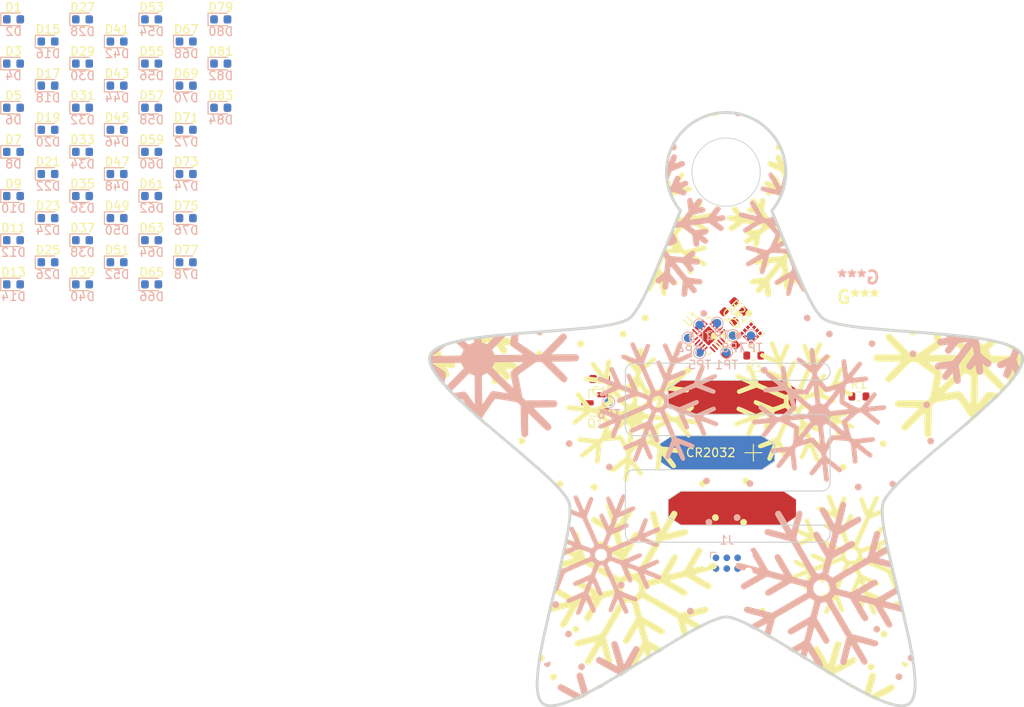
<source format=kicad_pcb>
(kicad_pcb (version 20241229) (generator "pcbnew") (generator_version "9.0")
  (layers (0 "F.Cu" signal "Front") (2 "B.Cu" signal "Back") (13 "F.Paste" user) (15 "B.Paste" user) (5 "F.SilkS" user "F.Silkscreen") (7 "B.SilkS" user "B.Silkscreen") (1 "F.Mask" user) (3 "B.Mask" user) (25 "Edge.Cuts" user))
  (net 0 "")
  (net 1 "GND")
  (net 2 "+BATT")
  (net 3 "VDD")
  (net 4 "LED_C7")
  (net 5 "LED_C1")
  (net 6 "LED_C6")
  (net 7 "LED_C5")
  (net 8 "LED_C4")
  (net 9 "LED_C3")
  (net 10 "LED_C2")
  (net 11 "Net-(D37-A)")
  (net 12 "Net-(D61-A)")
  (net 16 "SWIO")
  (net 17 "USER_BTN")
  (net 18 "SCL")
  (net 19 "SDA")
  (net 20 "Net-(U1-PC0)")
  (net 21 "Net-(U1-PD4)")
  (net 22 "Net-(U1-PD5)")
  (net 23 "Net-(U1-PD6)")
  (net 24 "Net-(U1-PD7)")
  (net 25 "Net-(U2-~{CS})")
  (net 26 "Net-(U2-SDO)")
  (net 27 "INT1")
  (net 28 "INT2")
  (footprint "LED_SMD:LED_0603_1608Metric" (layer "F.Cu") (at 78.7125 65.37)
    (property "Reference" "D45" (at 0 -1.43 0) (layer "F.SilkS"))
    (property "Value" "LED")
    (pad "1" smd roundrect (at -0.7875 0) (size 0.875 0.95) (layers "F.Cu" "F.Mask" "F.Paste") (net 9 "LED_C3"))
    (pad "2" smd roundrect (at 0.7875 0) (size 0.875 0.95) (layers "F.Cu" "F.Mask" "F.Paste") (net 4 "LED_C7"))
  )
  (footprint "LED_SMD:LED_0603_1608Metric" (layer "F.Cu") (at 74.6625 62.78)
    (property "Reference" "D31" (at 0 -1.43 0) (layer "F.SilkS"))
    (property "Value" "LED")
    (pad "1" smd roundrect (at -0.7875 0) (size 0.875 0.95) (layers "F.Cu" "F.Mask" "F.Paste") (net 6 "LED_C6"))
    (pad "2" smd roundrect (at 0.7875 0) (size 0.875 0.95) (layers "F.Cu" "F.Mask" "F.Paste") (net 10 "LED_C2"))
  )
  (footprint "LED_SMD:LED_0603_1608Metric" (layer "F.Cu") (at 66.5625 57.6)
    (property "Reference" "D3" (at 0 -1.43 0) (layer "F.SilkS"))
    (property "Value" "LED")
    (pad "1" smd roundrect (at -0.7875 0) (size 0.875 0.95) (layers "F.Cu" "F.Mask" "F.Paste") (net 4 "LED_C7"))
    (pad "2" smd roundrect (at 0.7875 0) (size 0.875 0.95) (layers "F.Cu" "F.Mask" "F.Paste") (net 5 "LED_C1"))
  )
  (footprint "LED_SMD:LED_0603_1608Metric" (layer "F.Cu") (at 86.8125 75.73)
    (property "Reference" "D75" (at 0 -1.43 0) (layer "F.SilkS"))
    (property "Value" "LED")
    (pad "1" smd roundrect (at -0.7875 0) (size 0.875 0.95) (layers "F.Cu" "F.Mask" "F.Paste") (net 4 "LED_C7"))
    (pad "2" smd roundrect (at 0.7875 0) (size 0.875 0.95) (layers "F.Cu" "F.Mask" "F.Paste") (net 7 "LED_C5"))
  )
  (footprint "LED_SMD:LED_0603_1608Metric" (layer "F.Cu") (at 90.8625 57.6)
    (property "Reference" "D81" (at 0 -1.43 0) (layer "F.SilkS"))
    (property "Value" "LED")
    (pad "1" smd roundrect (at -0.7875 0) (size 0.875 0.95) (layers "F.Cu" "F.Mask" "F.Paste") (net 6 "LED_C6"))
    (pad "2" smd roundrect (at 0.7875 0) (size 0.875 0.95) (layers "F.Cu" "F.Mask" "F.Paste") (net 4 "LED_C7"))
  )
  (footprint "LED_SMD:LED_0603_1608Metric" (layer "F.Cu") (at 82.7625 57.6)
    (property "Reference" "D55" (at 0 -1.43 0) (layer "F.SilkS"))
    (property "Value" "LED")
    (pad "1" smd roundrect (at -0.7875 0) (size 0.875 0.95) (layers "F.Cu" "F.Mask" "F.Paste") (net 7 "LED_C5"))
    (pad "2" smd roundrect (at 0.7875 0) (size 0.875 0.95) (layers "F.Cu" "F.Mask" "F.Paste") (net 9 "LED_C3"))
  )
  (footprint "LED_SMD:LED_0603_1608Metric" (layer "F.Cu") (at 70.6125 70.55)
    (property "Reference" "D21" (at 0 -1.43 0) (layer "F.SilkS"))
    (property "Value" "LED")
    (pad "1" smd roundrect (at -0.7875 0) (size 0.875 0.95) (layers "F.Cu" "F.Mask" "F.Paste") (net 5 "LED_C1"))
    (pad "2" smd roundrect (at 0.7875 0) (size 0.875 0.95) (layers "F.Cu" "F.Mask" "F.Paste") (net 10 "LED_C2"))
  )
  (footprint "LED_SMD:LED_0603_1608Metric" (layer "F.Cu") (at 86.8125 65.37)
    (property "Reference" "D71" (at 0 -1.43 0) (layer "F.SilkS"))
    (property "Value" "LED")
    (pad "1" smd roundrect (at -0.7875 0) (size 0.875 0.95) (layers "F.Cu" "F.Mask" "F.Paste") (net 7 "LED_C5"))
    (pad "2" smd roundrect (at 0.7875 0) (size 0.875 0.95) (layers "F.Cu" "F.Mask" "F.Paste") (net 8 "LED_C4"))
  )
  (footprint "LED_SMD:LED_0603_1608Metric" (layer "F.Cu") (at 90.8625 52.42)
    (property "Reference" "D79" (at 0 -1.43 0) (layer "F.SilkS"))
    (property "Value" "LED")
    (pad "1" smd roundrect (at -0.7875 0) (size 0.875 0.95) (layers "F.Cu" "F.Mask" "F.Paste") (net 6 "LED_C6"))
    (pad "2" smd roundrect (at 0.7875 0) (size 0.875 0.95) (layers "F.Cu" "F.Mask" "F.Paste") (net 7 "LED_C5"))
  )
  (footprint "LED_SMD:LED_0603_1608Metric" (layer "F.Cu") (at 78.7125 55.01)
    (property "Reference" "D41" (at 0 -1.43 0) (layer "F.SilkS"))
    (property "Value" "LED")
    (pad "1" smd roundrect (at -0.7875 0) (size 0.875 0.95) (layers "F.Cu" "F.Mask" "F.Paste") (net 10 "LED_C2"))
    (pad "2" smd roundrect (at 0.7875 0) (size 0.875 0.95) (layers "F.Cu" "F.Mask" "F.Paste") (net 9 "LED_C3"))
  )
  (footprint "Package_TO_SOT_SMD:SOT-23" (layer "F.Cu") (at 134.7875 97.4 180)
    (property "Reference" "Q1" (at 0 -2.4 0) (layer "F.SilkS"))
    (property "Value" "AO3401A")
    (pad "1" smd roundrect (at -0.9375 -0.95 180) (size 1.475 0.6) (layers "F.Cu" "F.Mask" "F.Paste") (net 1 "GND"))
    (pad "2" smd roundrect (at -0.9375 0.95 180) (size 1.475 0.6) (layers "F.Cu" "F.Mask" "F.Paste") (net 3 "VDD"))
    (pad "3" smd roundrect (at 0.9375 0 180) (size 1.475 0.6) (layers "F.Cu" "F.Mask" "F.Paste") (net 2 "+BATT"))
  )
  (footprint "LED_SMD:LED_0603_1608Metric" (layer "F.Cu") (at 70.6125 60.19)
    (property "Reference" "D17" (at 0 -1.43 0) (layer "F.SilkS"))
    (property "Value" "LED")
    (pad "1" smd roundrect (at -0.7875 0) (size 0.875 0.95) (layers "F.Cu" "F.Mask" "F.Paste") (net 5 "LED_C1"))
    (pad "2" smd roundrect (at 0.7875 0) (size 0.875 0.95) (layers "F.Cu" "F.Mask" "F.Paste") (net 9 "LED_C3"))
  )
  (footprint "LED_SMD:LED_0603_1608Metric" (layer "F.Cu") (at 74.6625 57.6)
    (property "Reference" "D29" (at 0 -1.43 0) (layer "F.SilkS"))
    (property "Value" "LED")
    (pad "1" smd roundrect (at -0.7875 0) (size 0.875 0.95) (layers "F.Cu" "F.Mask" "F.Paste") (net 10 "LED_C2"))
    (pad "2" smd roundrect (at 0.7875 0) (size 0.875 0.95) (layers "F.Cu" "F.Mask" "F.Paste") (net 6 "LED_C6"))
  )
  (footprint "LED_SMD:LED_0603_1608Metric" (layer "F.Cu") (at 82.7625 67.96)
    (property "Reference" "D59" (at 0 -1.43 0) (layer "F.SilkS"))
    (property "Value" "LED")
    (pad "1" smd roundrect (at -0.7875 0) (size 0.875 0.95) (layers "F.Cu" "F.Mask" "F.Paste") (net 8 "LED_C4"))
    (pad "2" smd roundrect (at 0.7875 0) (size 0.875 0.95) (layers "F.Cu" "F.Mask" "F.Paste") (net 9 "LED_C3"))
  )
  (footprint "LED_SMD:LED_0603_1608Metric" (layer "F.Cu") (at 86.8125 55.01)
    (property "Reference" "D67" (at 0 -1.43 0) (layer "F.SilkS"))
    (property "Value" "LED")
    (pad "1" smd roundrect (at -0.7875 0) (size 0.875 0.95) (layers "F.Cu" "F.Mask" "F.Paste") (net 6 "LED_C6"))
    (pad "2" smd roundrect (at 0.7875 0) (size 0.875 0.95) (layers "F.Cu" "F.Mask" "F.Paste") (net 8 "LED_C4"))
  )
  (footprint "LED_SMD:LED_0603_1608Metric" (layer "F.Cu") (at 66.5625 52.42)
    (property "Reference" "D1" (at 0 -1.43 0) (layer "F.SilkS"))
    (property "Value" "LED")
    (pad "1" smd roundrect (at -0.7875 0) (size 0.875 0.95) (layers "F.Cu" "F.Mask" "F.Paste") (net 5 "LED_C1"))
    (pad "2" smd roundrect (at 0.7875 0) (size 0.875 0.95) (layers "F.Cu" "F.Mask" "F.Paste") (net 4 "LED_C7"))
  )
  (footprint "LED_SMD:LED_0603_1608Metric" (layer "F.Cu") (at 82.7625 83.5)
    (property "Reference" "D65" (at 0 -1.43 0) (layer "F.SilkS"))
    (property "Value" "LED")
    (pad "1" smd roundrect (at -0.7875 0) (size 0.875 0.95) (layers "F.Cu" "F.Mask" "F.Paste") (net 8 "LED_C4"))
    (pad "2" smd roundrect (at 0.7875 0) (size 0.875 0.95) (layers "F.Cu" "F.Mask" "F.Paste") (net 6 "LED_C6"))
  )
  (footprint "LED_SMD:LED_0603_1608Metric" (layer "F.Cu") (at 74.6625 67.96)
    (property "Reference" "D33" (at 0 -1.43 0) (layer "F.SilkS"))
    (property "Value" "LED")
    (pad "1" smd roundrect (at -0.7875 0) (size 0.875 0.95) (layers "F.Cu" "F.Mask" "F.Paste") (net 10 "LED_C2"))
    (pad "2" smd roundrect (at 0.7875 0) (size 0.875 0.95) (layers "F.Cu" "F.Mask" "F.Paste") (net 7 "LED_C5"))
  )
  (footprint "LED_SMD:LED_0603_1608Metric" (layer "F.Cu") (at 78.7125 60.19)
    (property "Reference" "D43" (at 0 -1.43 0) (layer "F.SilkS"))
    (property "Value" "LED")
    (pad "1" smd roundrect (at -0.7875 0) (size 0.875 0.95) (layers "F.Cu" "F.Mask" "F.Paste") (net 9 "LED_C3"))
    (pad "2" smd roundrect (at 0.7875 0) (size 0.875 0.95) (layers "F.Cu" "F.Mask" "F.Paste") (net 10 "LED_C2"))
  )
  (footprint "LED_SMD:LED_0603_1608Metric" (layer "F.Cu") (at 90.8625 62.78)
    (property "Reference" "D83" (at 0 -1.43 0) (layer "F.SilkS"))
    (property "Value" "LED")
    (pad "1" smd roundrect (at -0.7875 0) (size 0.875 0.95) (layers "F.Cu" "F.Mask" "F.Paste") (net 4 "LED_C7"))
    (pad "2" smd roundrect (at 0.7875 0) (size 0.875 0.95) (layers "F.Cu" "F.Mask" "F.Paste") (net 6 "LED_C6"))
  )
  (footprint "LED_SMD:LED_0603_1608Metric" (layer "F.Cu") (at 86.8125 80.91)
    (property "Reference" "D77" (at 0 -1.43 0) (layer "F.SilkS"))
    (property "Value" "LED")
    (pad "1" smd roundrect (at -0.7875 0) (size 0.875 0.95) (layers "F.Cu" "F.Mask" "F.Paste") (net 7 "LED_C5"))
    (pad "2" smd roundrect (at 0.7875 0) (size 0.875 0.95) (layers "F.Cu" "F.Mask" "F.Paste") (net 6 "LED_C6"))
  )
  (footprint "Resistor_SMD:R_0603_1608Metric" (layer "F.Cu") (at 165.675 96.65)
    (property "Reference" "R1" (at 0 -1.43 0) (layer "F.SilkS"))
    (property "Value" "10k")
    (pad "1" smd roundrect (at -0.825 0) (size 0.8 0.95) (layers "F.Cu" "F.Mask" "F.Paste") (net 17 "USER_BTN"))
    (pad "2" smd roundrect (at 0.825 0) (size 0.8 0.95) (layers "F.Cu" "F.Mask" "F.Paste") (net 1 "GND"))
  )
  (footprint "LED_SMD:LED_0603_1608Metric" (layer "F.Cu") (at 74.6625 73.14)
    (property "Reference" "D35" (at 0 -1.43 0) (layer "F.SilkS"))
    (property "Value" "LED")
    (pad "1" smd roundrect (at -0.7875 0) (size 0.875 0.95) (layers "F.Cu" "F.Mask" "F.Paste") (net 7 "LED_C5"))
    (pad "2" smd roundrect (at 0.7875 0) (size 0.875 0.95) (layers "F.Cu" "F.Mask" "F.Paste") (net 10 "LED_C2"))
  )
  (footprint "LED_SMD:LED_0603_1608Metric" (layer "F.Cu") (at 74.6625 52.42)
    (property "Reference" "D27" (at 0 -1.43 0) (layer "F.SilkS"))
    (property "Value" "LED")
    (pad "1" smd roundrect (at -0.7875 0) (size 0.875 0.95) (layers "F.Cu" "F.Mask" "F.Paste") (net 4 "LED_C7"))
    (pad "2" smd roundrect (at 0.7875 0) (size 0.875 0.95) (layers "F.Cu" "F.Mask" "F.Paste") (net 10 "LED_C2"))
  )
  (footprint "LED_SMD:LED_0603_1608Metric" (layer "F.Cu") (at 86.8125 60.19)
    (property "Reference" "D69" (at 0 -1.43 0) (layer "F.SilkS"))
    (property "Value" "LED")
    (pad "1" smd roundrect (at -0.7875 0) (size 0.875 0.95) (layers "F.Cu" "F.Mask" "F.Paste") (net 8 "LED_C4"))
    (pad "2" smd roundrect (at 0.7875 0) (size 0.875 0.95) (layers "F.Cu" "F.Mask" "F.Paste") (net 7 "LED_C5"))
  )
  (footprint "LED_SMD:LED_0603_1608Metric" (layer "F.Cu") (at 78.7125 80.91)
    (property "Reference" "D51" (at 0 -1.43 0) (layer "F.SilkS"))
    (property "Value" "LED")
    (pad "1" smd roundrect (at -0.7875 0) (size 0.875 0.95) (layers "F.Cu" "F.Mask" "F.Paste") (net 6 "LED_C6"))
    (pad "2" smd roundrect (at 0.7875 0) (size 0.875 0.95) (layers "F.Cu" "F.Mask" "F.Paste") (net 9 "LED_C3"))
  )
  (footprint "LED_SMD:LED_0603_1608Metric" (layer "F.Cu") (at 82.7625 62.78)
    (property "Reference" "D57" (at 0 -1.43 0) (layer "F.SilkS"))
    (property "Value" "LED")
    (pad "1" smd roundrect (at -0.7875 0) (size 0.875 0.95) (layers "F.Cu" "F.Mask" "F.Paste") (net 9 "LED_C3"))
    (pad "2" smd roundrect (at 0.7875 0) (size 0.875 0.95) (layers "F.Cu" "F.Mask" "F.Paste") (net 8 "LED_C4"))
  )
  (footprint "Resistor_SMD:R_0603_1608Metric" (layer "F.Cu") (at 150.45 87.3 -45)
    (property "Reference" "R2" (at 0 -1.43 135) (layer "F.SilkS"))
    (property "Value" "2k2")
    (pad "1" smd roundrect (at -0.825 0 315) (size 0.8 0.95) (layers "F.Cu" "F.Mask" "F.Paste") (net 3 "VDD"))
    (pad "2" smd roundrect (at 0.825 0 315) (size 0.8 0.95) (layers "F.Cu" "F.Mask" "F.Paste") (net 18 "SCL"))
  )
  (footprint "LED_SMD:LED_0603_1608Metric" (layer "F.Cu") (at 78.7125 70.55)
    (property "Reference" "D47" (at 0 -1.43 0) (layer "F.SilkS"))
    (property "Value" "LED")
    (pad "1" smd roundrect (at -0.7875 0) (size 0.875 0.95) (layers "F.Cu" "F.Mask" "F.Paste") (net 4 "LED_C7"))
    (pad "2" smd roundrect (at 0.7875 0) (size 0.875 0.95) (layers "F.Cu" "F.Mask" "F.Paste") (net 9 "LED_C3"))
  )
  (footprint "Capacitor_SMD:C_0603_1608Metric" (layer "F.Cu") (at 150.648008 91.151992 45)
    (property "Reference" "C3" (at 0 -1.43 45) (layer "F.SilkS"))
    (property "Value" "100n")
    (pad "1" smd roundrect (at -0.775 0 45) (size 0.9 0.95) (layers "F.Cu" "F.Mask" "F.Paste") (net 3 "VDD"))
    (pad "2" smd roundrect (at 0.775 0 45) (size 0.9 0.95) (layers "F.Cu" "F.Mask" "F.Paste") (net 1 "GND"))
  )
  (footprint "LED_SMD:LED_0603_1608Metric" (layer "F.Cu") (at 70.6125 75.73)
    (property "Reference" "D23" (at 0 -1.43 0) (layer "F.SilkS"))
    (property "Value" "LED")
    (pad "1" smd roundrect (at -0.7875 0) (size 0.875 0.95) (layers "F.Cu" "F.Mask" "F.Paste") (net 10 "LED_C2"))
    (pad "2" smd roundrect (at 0.7875 0) (size 0.875 0.95) (layers "F.Cu" "F.Mask" "F.Paste") (net 5 "LED_C1"))
  )
  (footprint "LED_SMD:LED_0603_1608Metric" (layer "F.Cu") (at 66.5625 67.96)
    (property "Reference" "D7" (at 0 -1.43 0) (layer "F.SilkS"))
    (property "Value" "LED")
    (pad "1" smd roundrect (at -0.7875 0) (size 0.875 0.95) (layers "F.Cu" "F.Mask" "F.Paste") (net 6 "LED_C6"))
    (pad "2" smd roundrect (at 0.7875 0) (size 0.875 0.95) (layers "F.Cu" "F.Mask" "F.Paste") (net 5 "LED_C1"))
  )
  (footprint "LED_SMD:LED_0603_1608Metric" (layer "F.Cu") (at 74.6625 83.5)
    (property "Reference" "D39" (at 0 -1.43 0) (layer "F.SilkS"))
    (property "Value" "LED")
    (pad "1" smd roundrect (at -0.7875 0) (size 0.875 0.95) (layers "F.Cu" "F.Mask" "F.Paste") (net 11 "Net-(D37-A)"))
    (pad "2" smd roundrect (at 0.7875 0) (size 0.875 0.95) (layers "F.Cu" "F.Mask" "F.Paste") (net 10 "LED_C2"))
  )
  (footprint "Capacitor_SMD:C_0603_1608Metric" (layer "F.Cu") (at 151.6 86.1 135)
    (property "Reference" "C2" (at 0 -1.43 135) (layer "F.SilkS"))
    (property "Value" "100n")
    (pad "1" smd roundrect (at -0.775 0 135) (size 0.9 0.95) (layers "F.Cu" "F.Mask" "F.Paste") (net 3 "VDD"))
    (pad "2" smd roundrect (at 0.775 0 135) (size 0.9 0.95) (layers "F.Cu" "F.Mask" "F.Paste") (net 1 "GND"))
  )
  (footprint "LED_SMD:LED_0603_1608Metric" (layer "F.Cu") (at 86.8125 70.55)
    (property "Reference" "D73" (at 0 -1.43 0) (layer "F.SilkS"))
    (property "Value" "LED")
    (pad "1" smd roundrect (at -0.7875 0) (size 0.875 0.95) (layers "F.Cu" "F.Mask" "F.Paste") (net 7 "LED_C5"))
    (pad "2" smd roundrect (at 0.7875 0) (size 0.875 0.95) (layers "F.Cu" "F.Mask" "F.Paste") (net 4 "LED_C7"))
  )
  (footprint "cr2032_pcb:CR2032_PCBcutout" (layer "F.Cu") (at 155.8 103.25)
    (property "Reference" "BT1" (hide yes))
    (property "Value" "CR2032" (hide yes))
    (fp_line (start -17.5 -9.5) (end -17.5 -3) (stroke (width 0.12)) (layer "Edge.Cuts"))
    (fp_line (start -17.5 3) (end -17.5 9.5) (stroke (width 0.12)) (layer "Edge.Cuts"))
    (fp_line (start -16.5 -2) (end -1.5 -2) (stroke (width 0.12)) (layer "Edge.Cuts"))
    (fp_line (start -16.5 10.5) (end 5.5 10.5) (stroke (width 0.12)) (layer "Edge.Cuts"))
    (fp_line (start -12.5 -7.5) (end -11 -8.5) (stroke (width 0.12)) (layer "Edge.Cuts"))
    (fp_line (start -12.5 -5.5) (end -12.5 -7.5) (stroke (width 0.12)) (layer "Edge.Cuts"))
    (fp_line (start -12.5 5.5) (end -11 4.5) (stroke (width 0.12)) (layer "Edge.Cuts"))
    (fp_line (start -12.5 7.5) (end -12.5 5.5) (stroke (width 0.12)) (layer "Edge.Cuts"))
    (fp_line (start -11 -8.5) (end 5.5 -8.5) (stroke (width 0.12)) (layer "Edge.Cuts"))
    (fp_line (start -11 -4.5) (end -12.5 -5.5) (stroke (width 0.12)) (layer "Edge.Cuts"))
    (fp_line (start -11 4.5) (end 5.5 4.5) (stroke (width 0.12)) (layer "Edge.Cuts"))
    (fp_line (start -11 8.5) (end -12.5 7.5) (stroke (width 0.12)) (layer "Edge.Cuts"))
    (fp_line (start -1.5 -2) (end 0 -1) (stroke (width 0.12)) (layer "Edge.Cuts"))
    (fp_line (start -1.5 2) (end -16.5 2) (stroke (width 0.12)) (layer "Edge.Cuts"))
    (fp_line (start 0 -1) (end 0 1) (stroke (width 0.12)) (layer "Edge.Cuts"))
    (fp_line (start 0 1) (end -1.5 2) (stroke (width 0.12)) (layer "Edge.Cuts"))
    (fp_line (start 5.5 -10.5) (end -16.5 -10.5) (stroke (width 0.12)) (layer "Edge.Cuts"))
    (fp_line (start 5.5 -4.5) (end -11 -4.5) (stroke (width 0.12)) (layer "Edge.Cuts"))
    (fp_line (start 5.5 8.5) (end -11 8.5) (stroke (width 0.12)) (layer "Edge.Cuts"))
    (fp_line (start 6.5 3.5) (end 6.5 -3.5) (stroke (width 0.12)) (layer "Edge.Cuts"))
    (fp_arc (start -17.5 -9.5) (mid -17.207107 -10.207107) (end -16.5 -10.5) (stroke (width 0.12)) (layer "Edge.Cuts"))
    (fp_arc (start -17.5 3) (mid -17.207107 2.292893) (end -16.5 2) (stroke (width 0.12)) (layer "Edge.Cuts"))
    (fp_arc (start -16.5 -2) (mid -17.207107 -2.292893) (end -17.5 -3) (stroke (width 0.12)) (layer "Edge.Cuts"))
    (fp_arc (start -16.5 10.5) (mid -17.207107 10.207107) (end -17.5 9.5) (stroke (width 0.12)) (layer "Edge.Cuts"))
    (fp_arc (start 5.5 -10.5) (mid 6.207107 -10.207107) (end 6.5 -9.5) (stroke (width 0.12)) (layer "Edge.Cuts"))
    (fp_arc (start 5.5 -4.5) (mid 6.207107 -4.207107) (end 6.5 -3.5) (stroke (width 0.12)) (layer "Edge.Cuts"))
    (fp_arc (start 5.5 8.5) (mid 6.207107 8.792893) (end 6.5 9.5) (stroke (width 0.12)) (layer "Edge.Cuts"))
    (fp_arc (start 6.5 -9.5) (mid 6.207107 -8.792893) (end 5.5 -8.5) (stroke (width 0.12)) (layer "Edge.Cuts"))
    (fp_arc (start 6.5 3.5) (mid 6.207107 4.207107) (end 5.5 4.5) (stroke (width 0.12)) (layer "Edge.Cuts"))
    (fp_arc (start 6.5 9.5) (mid 6.207107 10.207107) (end 5.5 10.5) (stroke (width 0.12)) (layer "Edge.Cuts"))
    (fp_text user "CR2032" (at -7.5 0 0) (layer "F.SilkS"))
    (pad "1" smd custom (at -7.5 0) (size 1 1) (layers "B.Cu" "B.Mask" "B.Paste") (net 2 "+BATT") (options (clearance outline) (anchor rect)) (primitives (gr_poly (pts (xy -4.5 2) (xy 6 2) (xy 7.5 1) (xy 7.5 -1) (xy 6 -2) (xy -4.5 -2) (xy -6 -1) (xy -6 1)) (width 0) (fill yes))))
    (pad "2" smd custom (at -5 -6.5) (size 15 1.524) (layers "F.Cu" "F.Mask" "F.Paste") (net 1 "GND") (options (clearance outline) (anchor rect)) (primitives (gr_poly (pts (xy -6 2) (xy 6 2) (xy 7.5 1) (xy 7.5 -1) (xy 6 -2) (xy -6 -2) (xy -7.5 -1) (xy -7.5 1)) (width 0) (fill yes))))
    (pad "2" smd custom (at -5 6.5) (size 15 1.524) (layers "F.Cu" "F.Mask" "F.Paste") (net 1 "GND") (options (clearance outline) (anchor rect)) (primitives (gr_poly (pts (xy -6 2) (xy 6 2) (xy 7.5 1) (xy 7.5 -1) (xy 6 -2) (xy -6 -2) (xy -7.5 -1) (xy -7.5 1)) (width 0) (fill yes))))
  )
  (footprint "LED_SMD:LED_0603_1608Metric" (layer "F.Cu") (at 66.5625 73.14)
    (property "Reference" "D9" (at 0 -1.43 0) (layer "F.SilkS"))
    (property "Value" "LED")
    (pad "1" smd roundrect (at -0.7875 0) (size 0.875 0.95) (layers "F.Cu" "F.Mask" "F.Paste") (net 5 "LED_C1"))
    (pad "2" smd roundrect (at 0.7875 0) (size 0.875 0.95) (layers "F.Cu" "F.Mask" "F.Paste") (net 7 "LED_C5"))
  )
  (footprint "Capacitor_SMD:C_0603_1608Metric" (layer "F.Cu") (at 135.275 94.6 180)
    (property "Reference" "C1" (at 0 -1.43 0) (layer "F.SilkS"))
    (property "Value" "47u")
    (pad "1" smd roundrect (at -0.775 0 180) (size 0.9 0.95) (layers "F.Cu" "F.Mask" "F.Paste") (net 3 "VDD"))
    (pad "2" smd roundrect (at 0.775 0 180) (size 0.9 0.95) (layers "F.Cu" "F.Mask" "F.Paste") (net 1 "GND"))
  )
  (footprint "LED_SMD:LED_0603_1608Metric" (layer "F.Cu") (at 78.7125 75.73)
    (property "Reference" "D49" (at 0 -1.43 0) (layer "F.SilkS"))
    (property "Value" "LED")
    (pad "1" smd roundrect (at -0.7875 0) (size 0.875 0.95) (layers "F.Cu" "F.Mask" "F.Paste") (net 9 "LED_C3"))
    (pad "2" smd roundrect (at 0.7875 0) (size 0.875 0.95) (layers "F.Cu" "F.Mask" "F.Paste") (net 6 "LED_C6"))
  )
  (footprint "Package_LGA:LGA-12_2x2mm_P0.5mm" (layer "F.Cu") (at 153.024518 89.255188 45)
    (property "Reference" "U2" (at 0 -2.075001 45) (layer "F.SilkS"))
    (property "Value" "SC7A20")
    (pad "1" smd rect (at -0.7625 -0.75 45) (size 0.375 0.35) (layers "F.Cu" "F.Mask" "F.Paste") (net 26 "Net-(U2-SDO)"))
    (pad "2" smd rect (at -0.7625 -0.25 45) (size 0.375 0.35) (layers "F.Cu" "F.Mask" "F.Paste") (net 19 "SDA"))
    (pad "3" smd rect (at -0.7625 0.25 45) (size 0.375 0.35) (layers "F.Cu" "F.Mask" "F.Paste") (net 3 "VDD"))
    (pad "4" smd rect (at -0.7625 0.75 45) (size 0.375 0.35) (layers "F.Cu" "F.Mask" "F.Paste") (net 1 "GND"))
    (pad "5" smd rect (at -0.25 0.7625 135) (size 0.375 0.35) (layers "F.Cu" "F.Mask" "F.Paste") (net 27 "INT1"))
    (pad "6" smd rect (at 0.25 0.7625 135) (size 0.375 0.35) (layers "F.Cu" "F.Mask" "F.Paste") (net 28 "INT2"))
    (pad "7" smd rect (at 0.7625 0.75 45) (size 0.375 0.35) (layers "F.Cu" "F.Mask" "F.Paste") (net 3 "VDD"))
    (pad "8" smd rect (at 0.7625 0.25 45) (size 0.375 0.35) (layers "F.Cu" "F.Mask" "F.Paste") (net 1 "GND"))
    (pad "9" smd rect (at 0.7625 -0.25 45) (size 0.375 0.35) (layers "F.Cu" "F.Mask" "F.Paste") (net 1 "GND"))
    (pad "10" smd rect (at 0.7625 -0.75 45) (size 0.375 0.35) (layers "F.Cu" "F.Mask" "F.Paste") (net 25 "Net-(U2-~{CS})"))
    (pad "11" smd rect (at 0.25 -0.7625 135) (size 0.375 0.35) (layers "F.Cu" "F.Mask" "F.Paste"))
    (pad "12" smd rect (at -0.25 -0.7625 135) (size 0.375 0.35) (layers "F.Cu" "F.Mask" "F.Paste") (net 18 "SCL"))
  )
  (footprint "Resistor_SMD:R_0603_1608Metric" (layer "F.Cu") (at 153.35 91.85 180)
    (property "Reference" "R3" (at 0 -1.43 0) (layer "F.SilkS"))
    (property "Value" "2k2")
    (pad "1" smd roundrect (at -0.825 0 180) (size 0.8 0.95) (layers "F.Cu" "F.Mask" "F.Paste") (net 3 "VDD"))
    (pad "2" smd roundrect (at 0.825 0 180) (size 0.8 0.95) (layers "F.Cu" "F.Mask" "F.Paste") (net 19 "SDA"))
  )
  (footprint "LOGO" (layer "F.Cu") (at 150.138872 99.985942)
    (property "Reference" "G***" (at 15.461128 -14.985942 0) (layer "F.SilkS") (effects (font (size 1.5 1.5) (thickness 0.3))))
    (property "Value" "LOGO" (hide yes))
  )
  (footprint "LED_SMD:LED_0603_1608Metric" (layer "F.Cu") (at 66.5625 62.78)
    (property "Reference" "D5" (at 0 -1.43 0) (layer "F.SilkS"))
    (property "Value" "LED")
    (pad "1" smd roundrect (at -0.7875 0) (size 0.875 0.95) (layers "F.Cu" "F.Mask" "F.Paste") (net 5 "LED_C1"))
    (pad "2" smd roundrect (at 0.7875 0) (size 0.875 0.95) (layers "F.Cu" "F.Mask" "F.Paste") (net 6 "LED_C6"))
  )
  (footprint "LED_SMD:LED_0603_1608Metric" (layer "F.Cu") (at 66.5625 83.5)
    (property "Reference" "D13" (at 0 -1.43 0) (layer "F.SilkS"))
    (property "Value" "LED")
    (pad "1" smd roundrect (at -0.7875 0) (size 0.875 0.95) (layers "F.Cu" "F.Mask" "F.Paste") (net 5 "LED_C1"))
    (pad "2" smd roundrect (at 0.7875 0) (size 0.875 0.95) (layers "F.Cu" "F.Mask" "F.Paste") (net 8 "LED_C4"))
  )
  (footprint "Package_DFN_QFN:QFN-20-1EP_3x3mm_P0.4mm_EP1.65x1.65mm" (layer "F.Cu") (at 148.057516 89.539678 45)
    (property "Reference" "U1" (at 0 -2.83 45) (layer "F.SilkS"))
    (property "Value" "CH32V003FxUx")
    (pad "1" smd roundrect (at -1.45 -0.8 45) (size 0.85 0.2) (layers "F.Cu" "F.Mask" "F.Paste") (net 24 "Net-(U1-PD7)"))
    (pad "2" smd roundrect (at -1.45 -0.4 45) (size 0.85 0.2) (layers "F.Cu" "F.Mask" "F.Paste") (net 27 "INT1"))
    (pad "3" smd roundrect (at -1.45 0 45) (size 0.85 0.2) (layers "F.Cu" "F.Mask" "F.Paste") (net 28 "INT2"))
    (pad "4" smd roundrect (at -1.45 0.4 45) (size 0.85 0.2) (layers "F.Cu" "F.Mask" "F.Paste") (net 1 "GND"))
    (pad "5" smd roundrect (at -1.45 0.8 45) (size 0.85 0.2) (layers "F.Cu" "F.Mask" "F.Paste") (net 17 "USER_BTN"))
    (pad "6" smd roundrect (at -0.8 1.45 45) (size 0.2 0.85) (layers "F.Cu" "F.Mask" "F.Paste") (net 3 "VDD"))
    (pad "7" smd roundrect (at -0.4 1.45 45) (size 0.2 0.85) (layers "F.Cu" "F.Mask" "F.Paste") (net 20 "Net-(U1-PC0)"))
    (pad "8" smd roundrect (at 0 1.45 45) (size 0.2 0.85) (layers "F.Cu" "F.Mask" "F.Paste") (net 19 "SDA"))
    (pad "9" smd roundrect (at 0.4 1.45 45) (size 0.2 0.85) (layers "F.Cu" "F.Mask" "F.Paste") (net 18 "SCL"))
    (pad "10" smd roundrect (at 0.8 1.45 45) (size 0.2 0.85) (layers "F.Cu" "F.Mask" "F.Paste") (net 9 "LED_C3"))
    (pad "11" smd roundrect (at 1.45 0.8 45) (size 0.85 0.2) (layers "F.Cu" "F.Mask" "F.Paste") (net 8 "LED_C4"))
    (pad "12" smd roundrect (at 1.45 0.4 45) (size 0.85 0.2) (layers "F.Cu" "F.Mask" "F.Paste") (net 7 "LED_C5"))
    (pad "13" smd roundrect (at 1.45 0 45) (size 0.85 0.2) (layers "F.Cu" "F.Mask" "F.Paste") (net 6 "LED_C6"))
    (pad "14" smd roundrect (at 1.45 -0.4 45) (size 0.85 0.2) (layers "F.Cu" "F.Mask" "F.Paste") (net 4 "LED_C7"))
    (pad "15" smd roundrect (at 1.45 -0.8 45) (size 0.85 0.2) (layers "F.Cu" "F.Mask" "F.Paste") (net 16 "SWIO"))
    (pad "16" smd roundrect (at 0.8 -1.45 45) (size 0.2 0.85) (layers "F.Cu" "F.Mask" "F.Paste") (net 5 "LED_C1"))
    (pad "17" smd roundrect (at 0.4 -1.45 45) (size 0.2 0.85) (layers "F.Cu" "F.Mask" "F.Paste") (net 10 "LED_C2"))
    (pad "18" smd roundrect (at 0 -1.45 45) (size 0.2 0.85) (layers "F.Cu" "F.Mask" "F.Paste") (net 21 "Net-(U1-PD4)"))
    (pad "19" smd roundrect (at -0.4 -1.45 45) (size 0.2 0.85) (layers "F.Cu" "F.Mask" "F.Paste") (net 22 "Net-(U1-PD5)"))
    (pad "20" smd roundrect (at -0.8 -1.45 45) (size 0.2 0.85) (layers "F.Cu" "F.Mask" "F.Paste") (net 23 "Net-(U1-PD6)"))
    (pad "21" smd rect (at 0 0 45) (size 1.65 1.65) (property pad_prop_heatsink) (layers "F.Cu" "F.Mask") (net 1 "GND"))
  )
  (footprint "LED_SMD:LED_0603_1608Metric" (layer "F.Cu") (at 66.5625 78.32)
    (property "Reference" "D11" (at 0 -1.43 0) (layer "F.SilkS"))
    (property "Value" "LED")
    (pad "1" smd roundrect (at -0.7875 0) (size 0.875 0.95) (layers "F.Cu" "F.Mask" "F.Paste") (net 7 "LED_C5"))
    (pad "2" smd roundrect (at 0.7875 0) (size 0.875 0.95) (layers "F.Cu" "F.Mask" "F.Paste") (net 5 "LED_C1"))
  )
  (footprint "LED_SMD:LED_0603_1608Metric" (layer "F.Cu") (at 70.6125 55.01)
    (property "Reference" "D15" (at 0 -1.43 0) (layer "F.SilkS"))
    (property "Value" "LED")
    (pad "1" smd roundrect (at -0.7875 0) (size 0.875 0.95) (layers "F.Cu" "F.Mask" "F.Paste") (net 8 "LED_C4"))
    (pad "2" smd roundrect (at 0.7875 0) (size 0.875 0.95) (layers "F.Cu" "F.Mask" "F.Paste") (net 5 "LED_C1"))
  )
  (footprint "LED_SMD:LED_0603_1608Metric" (layer "F.Cu") (at 82.7625 52.42)
    (property "Reference" "D53" (at 0 -1.43 0) (layer "F.SilkS"))
    (property "Value" "LED")
    (pad "1" smd roundrect (at -0.7875 0) (size 0.875 0.95) (layers "F.Cu" "F.Mask" "F.Paste") (net 9 "LED_C3"))
    (pad "2" smd roundrect (at 0.7875 0) (size 0.875 0.95) (layers "F.Cu" "F.Mask" "F.Paste") (net 7 "LED_C5"))
  )
  (footprint "LED_SMD:LED_0603_1608Metric" (layer "F.Cu") (at 82.7625 73.14)
    (property "Reference" "D61" (at 0 -1.43 0) (layer "F.SilkS"))
    (property "Value" "LED")
    (pad "1" smd roundrect (at -0.7875 0) (size 0.875 0.95) (layers "F.Cu" "F.Mask" "F.Paste") (net 8 "LED_C4"))
    (pad "2" smd roundrect (at 0.7875 0) (size 0.875 0.95) (layers "F.Cu" "F.Mask" "F.Paste") (net 12 "Net-(D61-A)"))
  )
  (footprint "LED_SMD:LED_0603_1608Metric" (layer "F.Cu") (at 70.6125 80.91)
    (property "Reference" "D25" (at 0 -1.43 0) (layer "F.SilkS"))
    (property "Value" "LED")
    (pad "1" smd roundrect (at -0.7875 0) (size 0.875 0.95) (layers "F.Cu" "F.Mask" "F.Paste") (net 10 "LED_C2"))
    (pad "2" smd roundrect (at 0.7875 0) (size 0.875 0.95) (layers "F.Cu" "F.Mask" "F.Paste") (net 4 "LED_C7"))
  )
  (footprint "LED_SMD:LED_0603_1608Metric" (layer "F.Cu") (at 82.7625 78.32)
    (property "Reference" "D63" (at 0 -1.43 0) (layer "F.SilkS"))
    (property "Value" "LED")
    (pad "1" smd roundrect (at -0.7875 0) (size 0.875 0.95) (layers "F.Cu" "F.Mask" "F.Paste") (net 12 "Net-(D61-A)"))
    (pad "2" smd roundrect (at 0.7875 0) (size 0.875 0.95) (layers "F.Cu" "F.Mask" "F.Paste") (net 8 "LED_C4"))
  )
  (footprint "LED_SMD:LED_0603_1608Metric" (layer "F.Cu") (at 70.6125 65.37)
    (property "Reference" "D19" (at 0 -1.43 0) (layer "F.SilkS"))
    (property "Value" "LED")
    (pad "1" smd roundrect (at -0.7875 0) (size 0.875 0.95) (layers "F.Cu" "F.Mask" "F.Paste") (net 9 "LED_C3"))
    (pad "2" smd roundrect (at 0.7875 0) (size 0.875 0.95) (layers "F.Cu" "F.Mask" "F.Paste") (net 5 "LED_C1"))
  )
  (footprint "LED_SMD:LED_0603_1608Metric" (layer "F.Cu") (at 74.6625 78.32)
    (property "Reference" "D37" (at 0 -1.43 0) (layer "F.SilkS"))
    (property "Value" "LED")
    (pad "1" smd roundrect (at -0.7875 0) (size 0.875 0.95) (layers "F.Cu" "F.Mask" "F.Paste") (net 10 "LED_C2"))
    (pad "2" smd roundrect (at 0.7875 0) (size 0.875 0.95) (layers "F.Cu" "F.Mask" "F.Paste") (net 11 "Net-(D37-A)"))
  )
  (footprint "LED_SMD:LED_0603_1608Metric" (layer "B.Cu") (at 66.5625 62.78)
    (property "Reference" "D6" (at 0 1.43 180) (layer "B.SilkS") (effects (justify mirror)))
    (property "Value" "LED")
    (pad "1" smd roundrect (at -0.7875 0) (size 0.875 0.95) (layers "B.Cu" "B.Mask" "B.Paste") (net 5 "LED_C1"))
    (pad "2" smd roundrect (at 0.7875 0) (size 0.875 0.95) (layers "B.Cu" "B.Mask" "B.Paste") (net 6 "LED_C6"))
  )
  (footprint "LED_SMD:LED_0603_1608Metric" (layer "B.Cu") (at 74.6625 73.14)
    (property "Reference" "D36" (at 0 1.43 180) (layer "B.SilkS") (effects (justify mirror)))
    (property "Value" "LED")
    (pad "1" smd roundrect (at -0.7875 0) (size 0.875 0.95) (layers "B.Cu" "B.Mask" "B.Paste") (net 7 "LED_C5"))
    (pad "2" smd roundrect (at 0.7875 0) (size 0.875 0.95) (layers "B.Cu" "B.Mask" "B.Paste") (net 10 "LED_C2"))
  )
  (footprint "LED_SMD:LED_0603_1608Metric" (layer "B.Cu") (at 82.7625 73.14)
    (property "Reference" "D62" (at 0 1.43 180) (layer "B.SilkS") (effects (justify mirror)))
    (property "Value" "LED")
    (pad "1" smd roundrect (at -0.7875 0) (size 0.875 0.95) (layers "B.Cu" "B.Mask" "B.Paste") (net 8 "LED_C4"))
    (pad "2" smd roundrect (at 0.7875 0) (size 0.875 0.95) (layers "B.Cu" "B.Mask" "B.Paste") (net 12 "Net-(D61-A)"))
  )
  (footprint "LOGO" (layer "B.Cu") (at 150.102664 99.976744 180)
    (property "Reference" "G***" (at -15.497336 17.276744 0) (layer "B.SilkS") (effects (font (size 1.5 1.5) (thickness 0.3)) (justify mirror)))
    (property "Value" "LOGO" (hide yes))
  )
  (footprint "LED_SMD:LED_0603_1608Metric" (layer "B.Cu") (at 74.6625 57.6)
    (property "Reference" "D30" (at 0 1.43 180) (layer "B.SilkS") (effects (justify mirror)))
    (property "Value" "LED")
    (pad "1" smd roundrect (at -0.7875 0) (size 0.875 0.95) (layers "B.Cu" "B.Mask" "B.Paste") (net 10 "LED_C2"))
    (pad "2" smd roundrect (at 0.7875 0) (size 0.875 0.95) (layers "B.Cu" "B.Mask" "B.Paste") (net 6 "LED_C6"))
  )
  (footprint "TestPoint:TestPoint_Pad_D1.0mm" (layer "B.Cu") (at 150.15 91.5)
    (property "Reference" "TP1" (at 0 1.448 180) (layer "B.SilkS") (effects (justify mirror)))
    (property "Value" "TestPoint_Small")
    (pad "1" smd circle (at 0 0) (size 1 1) (layers "B.Cu" "B.Mask") (net 20 "Net-(U1-PC0)"))
  )
  (footprint "LED_SMD:LED_0603_1608Metric" (layer "B.Cu") (at 86.8125 55.01)
    (property "Reference" "D68" (at 0 1.43 180) (layer "B.SilkS") (effects (justify mirror)))
    (property "Value" "LED")
    (pad "1" smd roundrect (at -0.7875 0) (size 0.875 0.95) (layers "B.Cu" "B.Mask" "B.Paste") (net 6 "LED_C6"))
    (pad "2" smd roundrect (at 0.7875 0) (size 0.875 0.95) (layers "B.Cu" "B.Mask" "B.Paste") (net 8 "LED_C4"))
  )
  (footprint "LED_SMD:LED_0603_1608Metric" (layer "B.Cu") (at 74.6625 62.78)
    (property "Reference" "D32" (at 0 1.43 180) (layer "B.SilkS") (effects (justify mirror)))
    (property "Value" "LED")
    (pad "1" smd roundrect (at -0.7875 0) (size 0.875 0.95) (layers "B.Cu" "B.Mask" "B.Paste") (net 6 "LED_C6"))
    (pad "2" smd roundrect (at 0.7875 0) (size 0.875 0.95) (layers "B.Cu" "B.Mask" "B.Paste") (net 10 "LED_C2"))
  )
  (footprint "LED_SMD:LED_0603_1608Metric" (layer "B.Cu") (at 66.5875 52.4)
    (property "Reference" "D2" (at 0 1.43 180) (layer "B.SilkS") (effects (justify mirror)))
    (property "Value" "LED")
    (pad "1" smd roundrect (at -0.7875 0) (size 0.875 0.95) (layers "B.Cu" "B.Mask" "B.Paste") (net 5 "LED_C1"))
    (pad "2" smd roundrect (at 0.7875 0) (size 0.875 0.95) (layers "B.Cu" "B.Mask" "B.Paste") (net 4 "LED_C7"))
  )
  (footprint "LED_SMD:LED_0603_1608Metric" (layer "B.Cu") (at 70.6125 65.37)
    (property "Reference" "D20" (at 0 1.43 180) (layer "B.SilkS") (effects (justify mirror)))
    (property "Value" "LED")
    (pad "1" smd roundrect (at -0.7875 0) (size 0.875 0.95) (layers "B.Cu" "B.Mask" "B.Paste") (net 9 "LED_C3"))
    (pad "2" smd roundrect (at 0.7875 0) (size 0.875 0.95) (layers "B.Cu" "B.Mask" "B.Paste") (net 5 "LED_C1"))
  )
  (footprint "LED_SMD:LED_0603_1608Metric" (layer "B.Cu") (at 74.6625 83.5)
    (property "Reference" "D40" (at 0 1.43 180) (layer "B.SilkS") (effects (justify mirror)))
    (property "Value" "LED")
    (pad "1" smd roundrect (at -0.7875 0) (size 0.875 0.95) (layers "B.Cu" "B.Mask" "B.Paste") (net 11 "Net-(D37-A)"))
    (pad "2" smd roundrect (at 0.7875 0) (size 0.875 0.95) (layers "B.Cu" "B.Mask" "B.Paste") (net 10 "LED_C2"))
  )
  (footprint "LED_SMD:LED_0603_1608Metric" (layer "B.Cu") (at 82.7625 52.42)
    (property "Reference" "D54" (at 0 1.43 180) (layer "B.SilkS") (effects (justify mirror)))
    (property "Value" "LED")
    (pad "1" smd roundrect (at -0.7875 0) (size 0.875 0.95) (layers "B.Cu" "B.Mask" "B.Paste") (net 9 "LED_C3"))
    (pad "2" smd roundrect (at 0.7875 0) (size 0.875 0.95) (layers "B.Cu" "B.Mask" "B.Paste") (net 7 "LED_C5"))
  )
  (footprint "LED_SMD:LED_0603_1608Metric" (layer "B.Cu") (at 70.6125 75.73)
    (property "Reference" "D24" (at 0 1.43 180) (layer "B.SilkS") (effects (justify mirror)))
    (property "Value" "LED")
    (pad "1" smd roundrect (at -0.7875 0) (size 0.875 0.95) (layers "B.Cu" "B.Mask" "B.Paste") (net 10 "LED_C2"))
    (pad "2" smd roundrect (at 0.7875 0) (size 0.875 0.95) (layers "B.Cu" "B.Mask" "B.Paste") (net 5 "LED_C1"))
  )
  (footprint "TestPoint:TestPoint_Pad_D1.0mm" (layer "B.Cu") (at 153.013707 89.510143)
    (property "Reference" "TP7" (at 0 1.448 180) (layer "B.SilkS") (effects (justify mirror)))
    (property "Value" "TestPoint_Small")
    (pad "1" smd circle (at 0 0) (size 1 1) (layers "B.Cu" "B.Mask") (net 25 "Net-(U2-~{CS})"))
  )
  (footprint "LED_SMD:LED_0603_1608Metric" (layer "B.Cu") (at 66.5625 67.96)
    (property "Reference" "D8" (at 0 1.43 180) (layer "B.SilkS") (effects (justify mirror)))
    (property "Value" "LED")
    (pad "1" smd roundrect (at -0.7875 0) (size 0.875 0.95) (layers "B.Cu" "B.Mask" "B.Paste") (net 6 "LED_C6"))
    (pad "2" smd roundrect (at 0.7875 0) (size 0.875 0.95) (layers "B.Cu" "B.Mask" "B.Paste") (net 5 "LED_C1"))
  )
  (footprint "LED_SMD:LED_0603_1608Metric" (layer "B.Cu") (at 70.6125 60.19)
    (property "Reference" "D18" (at 0 1.43 180) (layer "B.SilkS") (effects (justify mirror)))
    (property "Value" "LED")
    (pad "1" smd roundrect (at -0.7875 0) (size 0.875 0.95) (layers "B.Cu" "B.Mask" "B.Paste") (net 5 "LED_C1"))
    (pad "2" smd roundrect (at 0.7875 0) (size 0.875 0.95) (layers "B.Cu" "B.Mask" "B.Paste") (net 9 "LED_C3"))
  )
  (footprint "LED_SMD:LED_0603_1608Metric" (layer "B.Cu") (at 90.8625 57.6)
    (property "Reference" "D82" (at 0 1.43 180) (layer "B.SilkS") (effects (justify mirror)))
    (property "Value" "LED")
    (pad "1" smd roundrect (at -0.7875 0) (size 0.875 0.95) (layers "B.Cu" "B.Mask" "B.Paste") (net 6 "LED_C6"))
    (pad "2" smd roundrect (at 0.7875 0) (size 0.875 0.95) (layers "B.Cu" "B.Mask" "B.Paste") (net 4 "LED_C7"))
  )
  (footprint "LED_SMD:LED_0603_1608Metric" (layer "B.Cu") (at 86.8125 75.73)
    (property "Reference" "D76" (at 0 1.43 180) (layer "B.SilkS") (effects (justify mirror)))
    (property "Value" "LED")
    (pad "1" smd roundrect (at -0.7875 0) (size 0.875 0.95) (layers "B.Cu" "B.Mask" "B.Paste") (net 4 "LED_C7"))
    (pad "2" smd roundrect (at 0.7875 0) (size 0.875 0.95) (layers "B.Cu" "B.Mask" "B.Paste") (net 7 "LED_C5"))
  )
  (footprint "LED_SMD:LED_0603_1608Metric" (layer "B.Cu") (at 70.6125 55.01)
    (property "Reference" "D16" (at 0 1.43 180) (layer "B.SilkS") (effects (justify mirror)))
    (property "Value" "LED")
    (pad "1" smd roundrect (at -0.7875 0) (size 0.875 0.95) (layers "B.Cu" "B.Mask" "B.Paste") (net 8 "LED_C4"))
    (pad "2" smd roundrect (at 0.7875 0) (size 0.875 0.95) (layers "B.Cu" "B.Mask" "B.Paste") (net 5 "LED_C1"))
  )
  (footprint "LED_SMD:LED_0603_1608Metric" (layer "B.Cu") (at 70.6125 70.55)
    (property "Reference" "D22" (at 0 1.43 180) (layer "B.SilkS") (effects (justify mirror)))
    (property "Value" "LED")
    (pad "1" smd roundrect (at -0.7875 0) (size 0.875 0.95) (layers "B.Cu" "B.Mask" "B.Paste") (net 5 "LED_C1"))
    (pad "2" smd roundrect (at 0.7875 0) (size 0.875 0.95) (layers "B.Cu" "B.Mask" "B.Paste") (net 10 "LED_C2"))
  )
  (footprint "LED_SMD:LED_0603_1608Metric" (layer "B.Cu") (at 82.7625 67.96)
    (property "Reference" "D60" (at 0 1.43 180) (layer "B.SilkS") (effects (justify mirror)))
    (property "Value" "LED")
    (pad "1" smd roundrect (at -0.7875 0) (size 0.875 0.95) (layers "B.Cu" "B.Mask" "B.Paste") (net 8 "LED_C4"))
    (pad "2" smd roundrect (at 0.7875 0) (size 0.875 0.95) (layers "B.Cu" "B.Mask" "B.Paste") (net 9 "LED_C3"))
  )
  (footprint "LED_SMD:LED_0603_1608Metric" (layer "B.Cu") (at 86.8125 70.55)
    (property "Reference" "D74" (at 0 1.43 180) (layer "B.SilkS") (effects (justify mirror)))
    (property "Value" "LED")
    (pad "1" smd roundrect (at -0.7875 0) (size 0.875 0.95) (layers "B.Cu" "B.Mask" "B.Paste") (net 7 "LED_C5"))
    (pad "2" smd roundrect (at 0.7875 0) (size 0.875 0.95) (layers "B.Cu" "B.Mask" "B.Paste") (net 4 "LED_C7"))
  )
  (footprint "LED_SMD:LED_0603_1608Metric" (layer "B.Cu") (at 66.5625 73.14)
    (property "Reference" "D10" (at 0 1.43 180) (layer "B.SilkS") (effects (justify mirror)))
    (property "Value" "LED")
    (pad "1" smd roundrect (at -0.7875 0) (size 0.875 0.95) (layers "B.Cu" "B.Mask" "B.Paste") (net 5 "LED_C1"))
    (pad "2" smd roundrect (at 0.7875 0) (size 0.875 0.95) (layers "B.Cu" "B.Mask" "B.Paste") (net 7 "LED_C5"))
  )
  (footprint "LED_SMD:LED_0603_1608Metric" (layer "B.Cu") (at 90.8625 52.42)
    (property "Reference" "D80" (at 0 1.43 180) (layer "B.SilkS") (effects (justify mirror)))
    (property "Value" "LED")
    (pad "1" smd roundrect (at -0.7875 0) (size 0.875 0.95) (layers "B.Cu" "B.Mask" "B.Paste") (net 6 "LED_C6"))
    (pad "2" smd roundrect (at 0.7875 0) (size 0.875 0.95) (layers "B.Cu" "B.Mask" "B.Paste") (net 7 "LED_C5"))
  )
  (footprint "LED_SMD:LED_0603_1608Metric" (layer "B.Cu") (at 78.7125 65.37)
    (property "Reference" "D46" (at 0 1.43 180) (layer "B.SilkS") (effects (justify mirror)))
    (property "Value" "LED")
    (pad "1" smd roundrect (at -0.7875 0) (size 0.875 0.95) (layers "B.Cu" "B.Mask" "B.Paste") (net 9 "LED_C3"))
    (pad "2" smd roundrect (at 0.7875 0) (size 0.875 0.95) (layers "B.Cu" "B.Mask" "B.Paste") (net 4 "LED_C7"))
  )
  (footprint "LED_SMD:LED_0603_1608Metric" (layer "B.Cu") (at 82.7625 78.32)
    (property "Reference" "D64" (at 0 1.43 180) (layer "B.SilkS") (effects (justify mirror)))
    (property "Value" "LED")
    (pad "1" smd roundrect (at -0.7875 0) (size 0.875 0.95) (layers "B.Cu" "B.Mask" "B.Paste") (net 12 "Net-(D61-A)"))
    (pad "2" smd roundrect (at 0.7875 0) (size 0.875 0.95) (layers "B.Cu" "B.Mask" "B.Paste") (net 8 "LED_C4"))
  )
  (footprint "Connector:Tag-Connect_TC2030-IDC-NL_2x03_P1.27mm_Vertical" (layer "B.Cu") (at 150.187003 116.210522)
    (property "Reference" "J1" (at 0 -2.7 0) (layer "B.SilkS") (effects (justify mirror)))
    (property "Value" "TC2030")
    (pad "" np_thru_hole circle (at -2.54 0) (size 0.9906 0.9906) (drill 0.9906) (layers "*.Cu" "*.Mask"))
    (pad "" np_thru_hole circle (at 2.54 -1.016) (size 0.9906 0.9906) (drill 0.9906) (layers "*.Cu" "*.Mask"))
    (pad "" np_thru_hole circle (at 2.54 1.016) (size 0.9906 0.9906) (drill 0.9906) (layers "*.Cu" "*.Mask"))
    (pad "1" connect circle (at -1.27 -0.635) (size 0.7874 0.7874) (layers "B.Cu" "B.Mask") (net 3 "VDD"))
    (pad "2" connect circle (at -1.27 0.635) (size 0.7874 0.7874) (layers "B.Cu" "B.Mask"))
    (pad "3" connect circle (at 0 -0.635) (size 0.7874 0.7874) (layers "B.Cu" "B.Mask"))
    (pad "4" connect circle (at 0 0.635) (size 0.7874 0.7874) (layers "B.Cu" "B.Mask") (net 16 "SWIO"))
    (pad "5" connect circle (at 1.27 -0.635) (size 0.7874 0.7874) (layers "B.Cu" "B.Mask") (net 1 "GND"))
    (pad "6" connect circle (at 1.27 0.635) (size 0.7874 0.7874) (layers "B.Cu" "B.Mask"))
  )
  (footprint "TestPoint:TestPoint_Pad_D1.0mm" (layer "B.Cu") (at 147 88.25)
    (property "Reference" "TP3" (at 0 1.448 180) (layer "B.SilkS") (effects (justify mirror)))
    (property "Value" "TestPoint_Small")
    (pad "1" smd circle (at 0 0) (size 1 1) (layers "B.Cu" "B.Mask") (net 22 "Net-(U1-PD5)"))
  )
  (footprint "LED_SMD:LED_0603_1608Metric" (layer "B.Cu") (at 66.5625 57.6)
    (property "Reference" "D4" (at 0 1.43 180) (layer "B.SilkS") (effects (justify mirror)))
    (property "Value" "LED")
    (pad "1" smd roundrect (at -0.7875 0) (size 0.875 0.95) (layers "B.Cu" "B.Mask" "B.Paste") (net 4 "LED_C7"))
    (pad "2" smd roundrect (at 0.7875 0) (size 0.875 0.95) (layers "B.Cu" "B.Mask" "B.Paste") (net 5 "LED_C1"))
  )
  (footprint "LED_SMD:LED_0603_1608Metric" (layer "B.Cu") (at 82.7625 83.5)
    (property "Reference" "D66" (at 0 1.43 180) (layer "B.SilkS") (effects (justify mirror)))
    (property "Value" "LED")
    (pad "1" smd roundrect (at -0.7875 0) (size 0.875 0.95) (layers "B.Cu" "B.Mask" "B.Paste") (net 8 "LED_C4"))
    (pad "2" smd roundrect (at 0.7875 0) (size 0.875 0.95) (layers "B.Cu" "B.Mask" "B.Paste") (net 6 "LED_C6"))
  )
  (footprint "LED_SMD:LED_0603_1608Metric" (layer "B.Cu") (at 74.6625 52.42)
    (property "Reference" "D28" (at 0 1.43 180) (layer "B.SilkS") (effects (justify mirror)))
    (property "Value" "LED")
    (pad "1" smd roundrect (at -0.7875 0) (size 0.875 0.95) (layers "B.Cu" "B.Mask" "B.Paste") (net 4 "LED_C7"))
    (pad "2" smd roundrect (at 0.7875 0) (size 0.875 0.95) (layers "B.Cu" "B.Mask" "B.Paste") (net 10 "LED_C2"))
  )
  (footprint "LED_SMD:LED_0603_1608Metric" (layer "B.Cu") (at 74.6625 78.32)
    (property "Reference" "D38" (at 0 1.43 180) (layer "B.SilkS") (effects (justify mirror)))
    (property "Value" "LED")
    (pad "1" smd roundrect (at -0.7875 0) (size 0.875 0.95) (layers "B.Cu" "B.Mask" "B.Paste") (net 10 "LED_C2"))
    (pad "2" smd roundrect (at 0.7875 0) (size 0.875 0.95) (layers "B.Cu" "B.Mask" "B.Paste") (net 11 "Net-(D37-A)"))
  )
  (footprint "LED_SMD:LED_0603_1608Metric" (layer "B.Cu") (at 78.7125 55.01)
    (property "Reference" "D42" (at 0 1.43 180) (layer "B.SilkS") (effects (justify mirror)))
    (property "Value" "LED")
    (pad "1" smd roundrect (at -0.7875 0) (size 0.875 0.95) (layers "B.Cu" "B.Mask" "B.Paste") (net 10 "LED_C2"))
    (pad "2" smd roundrect (at 0.7875 0) (size 0.875 0.95) (layers "B.Cu" "B.Mask" "B.Paste") (net 9 "LED_C3"))
  )
  (footprint "LED_SMD:LED_0603_1608Metric" (layer "B.Cu") (at 78.7125 75.73)
    (property "Reference" "D50" (at 0 1.43 180) (layer "B.SilkS") (effects (justify mirror)))
    (property "Value" "LED")
    (pad "1" smd roundrect (at -0.7875 0) (size 0.875 0.95) (layers "B.Cu" "B.Mask" "B.Paste") (net 9 "LED_C3"))
    (pad "2" smd roundrect (at 0.7875 0) (size 0.875 0.95) (layers "B.Cu" "B.Mask" "B.Paste") (net 6 "LED_C6"))
  )
  (footprint "TestPoint:TestPoint_Pad_D1.0mm" (layer "B.Cu") (at 145.65 89.8)
    (property "Reference" "TP4" (at 0 1.448 180) (layer "B.SilkS") (effects (justify mirror)))
    (property "Value" "TestPoint_Small")
    (pad "1" smd circle (at 0 0) (size 1 1) (layers "B.Cu" "B.Mask") (net 23 "Net-(U1-PD6)"))
  )
  (footprint "LED_SMD:LED_0603_1608Metric" (layer "B.Cu") (at 70.6125 80.91)
    (property "Reference" "D26" (at 0 1.43 180) (layer "B.SilkS") (effects (justify mirror)))
    (property "Value" "LED")
    (pad "1" smd roundrect (at -0.7875 0) (size 0.875 0.95) (layers "B.Cu" "B.Mask" "B.Paste") (net 10 "LED_C2"))
    (pad "2" smd roundrect (at 0.7875 0) (size 0.875 0.95) (layers "B.Cu" "B.Mask" "B.Paste") (net 4 "LED_C7"))
  )
  (footprint "LED_SMD:LED_0603_1608Metric" (layer "B.Cu") (at 82.7625 62.78)
    (property "Reference" "D58" (at 0 1.43 180) (layer "B.SilkS") (effects (justify mirror)))
    (property "Value" "LED")
    (pad "1" smd roundrect (at -0.7875 0) (size 0.875 0.95) (layers "B.Cu" "B.Mask" "B.Paste") (net 9 "LED_C3"))
    (pad "2" smd roundrect (at 0.7875 0) (size 0.875 0.95) (layers "B.Cu" "B.Mask" "B.Paste") (net 8 "LED_C4"))
  )
  (footprint "LED_SMD:LED_0603_1608Metric" (layer "B.Cu") (at 78.7125 80.91)
    (property "Reference" "D52" (at 0 1.43 180) (layer "B.SilkS") (effects (justify mirror)))
    (property "Value" "LED")
    (pad "1" smd roundrect (at -0.7875 0) (size 0.875 0.95) (layers "B.Cu" "B.Mask" "B.Paste") (net 6 "LED_C6"))
    (pad "2" smd roundrect (at 0.7875 0) (size 0.875 0.95) (layers "B.Cu" "B.Mask" "B.Paste") (net 9 "LED_C3"))
  )
  (footprint "LED_SMD:LED_0603_1608Metric" (layer "B.Cu") (at 66.5625 78.32)
    (property "Reference" "D12" (at 0 1.43 180) (layer "B.SilkS") (effects (justify mirror)))
    (property "Value" "LED")
    (pad "1" smd roundrect (at -0.7875 0) (size 0.875 0.95) (layers "B.Cu" "B.Mask" "B.Paste") (net 7 "LED_C5"))
    (pad "2" smd roundrect (at 0.7875 0) (size 0.875 0.95) (layers "B.Cu" "B.Mask" "B.Paste") (net 5 "LED_C1"))
  )
  (footprint "LED_SMD:LED_0603_1608Metric" (layer "B.Cu") (at 86.8125 80.91)
    (property "Reference" "D78" (at 0 1.43 180) (layer "B.SilkS") (effects (justify mirror)))
    (property "Value" "LED")
    (pad "1" smd roundrect (at -0.7875 0) (size 0.875 0.95) (layers "B.Cu" "B.Mask" "B.Paste") (net 7 "LED_C5"))
    (pad "2" smd roundrect (at 0.7875 0) (size 0.875 0.95) (layers "B.Cu" "B.Mask" "B.Paste") (net 6 "LED_C6"))
  )
  (footprint "LED_SMD:LED_0603_1608Metric" (layer "B.Cu") (at 90.8625 62.78)
    (property "Reference" "D84" (at 0 1.43 180) (layer "B.SilkS") (effects (justify mirror)))
    (property "Value" "LED")
    (pad "1" smd roundrect (at -0.7875 0) (size 0.875 0.95) (layers "B.Cu" "B.Mask" "B.Paste") (net 4 "LED_C7"))
    (pad "2" smd roundrect (at 0.7875 0) (size 0.875 0.95) (layers "B.Cu" "B.Mask" "B.Paste") (net 6 "LED_C6"))
  )
  (footprint "LED_SMD:LED_0603_1608Metric" (layer "B.Cu") (at 66.5625 83.5)
    (property "Reference" "D14" (at 0 1.43 180) (layer "B.SilkS") (effects (justify mirror)))
    (property "Value" "LED")
    (pad "1" smd roundrect (at -0.7875 0) (size 0.875 0.95) (layers "B.Cu" "B.Mask" "B.Paste") (net 5 "LED_C1"))
    (pad "2" smd roundrect (at 0.7875 0) (size 0.875 0.95) (layers "B.Cu" "B.Mask" "B.Paste") (net 8 "LED_C4"))
  )
  (footprint "LED_SMD:LED_0603_1608Metric" (layer "B.Cu") (at 82.7625 57.6)
    (property "Reference" "D56" (at 0 1.43 180) (layer "B.SilkS") (effects (justify mirror)))
    (property "Value" "LED")
    (pad "1" smd roundrect (at -0.7875 0) (size 0.875 0.95) (layers "B.Cu" "B.Mask" "B.Paste") (net 7 "LED_C5"))
    (pad "2" smd roundrect (at 0.7875 0) (size 0.875 0.95) (layers "B.Cu" "B.Mask" "B.Paste") (net 9 "LED_C3"))
  )
  (footprint "TestPoint:TestPoint_Pad_D1.0mm" (layer "B.Cu") (at 147 91.5)
    (property "Reference" "TP5" (at 0 1.448 180) (layer "B.SilkS") (effects (justify mirror)))
    (property "Value" "TestPoint_Small")
    (pad "1" smd circle (at 0 0) (size 1 1) (layers "B.Cu" "B.Mask") (net 24 "Net-(U1-PD7)"))
  )
  (footprint "LED_SMD:LED_0603_1608Metric" (layer "B.Cu") (at 86.8125 65.37)
    (property "Reference" "D72" (at 0 1.43 180) (layer "B.SilkS") (effects (justify mirror)))
    (property "Value" "LED")
    (pad "1" smd roundrect (at -0.7875 0) (size 0.875 0.95) (layers "B.Cu" "B.Mask" "B.Paste") (net 7 "LED_C5"))
    (pad "2" smd roundrect (at 0.7875 0) (size 0.875 0.95) (layers "B.Cu" "B.Mask" "B.Paste") (net 8 "LED_C4"))
  )
  (footprint "LED_SMD:LED_0603_1608Metric" (layer "B.Cu") (at 74.6625 67.96)
    (property "Reference" "D34" (at 0 1.43 180) (layer "B.SilkS") (effects (justify mirror)))
    (property "Value" "LED")
    (pad "1" smd roundrect (at -0.7875 0) (size 0.875 0.95) (layers "B.Cu" "B.Mask" "B.Paste") (net 10 "LED_C2"))
    (pad "2" smd roundrect (at 0.7875 0) (size 0.875 0.95) (layers "B.Cu" "B.Mask" "B.Paste") (net 7 "LED_C5"))
  )
  (footprint "TestPoint:TestPoint_Pad_D1.0mm" (layer "B.Cu") (at 149.05 88.05)
    (property "Reference" "TP2" (at 0 1.448 180) (layer "B.SilkS") (effects (justify mirror)))
    (property "Value" "TestPoint_Small")
    (pad "1" smd circle (at 0 0) (size 1 1) (layers "B.Cu" "B.Mask") (net 21 "Net-(U1-PD4)"))
  )
  (footprint "TestPoint:TestPoint_Pad_D1.0mm" (layer "B.Cu") (at 150.9 89.5)
    (property "Reference" "TP8" (at 0 1.448 180) (layer "B.SilkS") (effects (justify mirror)))
    (property "Value" "TestPoint_Small")
    (pad "1" smd circle (at 0 0) (size 1 1) (layers "B.Cu" "B.Mask") (net 26 "Net-(U2-SDO)"))
  )
  (footprint "LED_SMD:LED_0603_1608Metric" (layer "B.Cu") (at 78.7125 70.55)
    (property "Reference" "D48" (at 0 1.43 180) (layer "B.SilkS") (effects (justify mirror)))
    (property "Value" "LED")
    (pad "1" smd roundrect (at -0.7875 0) (size 0.875 0.95) (layers "B.Cu" "B.Mask" "B.Paste") (net 4 "LED_C7"))
    (pad "2" smd roundrect (at 0.7875 0) (size 0.875 0.95) (layers "B.Cu" "B.Mask" "B.Paste") (net 9 "LED_C3"))
  )
  (footprint "LED_SMD:LED_0603_1608Metric" (layer "B.Cu") (at 78.7125 60.19)
    (property "Reference" "D44" (at 0 1.43 180) (layer "B.SilkS") (effects (justify mirror)))
    (property "Value" "LED")
    (pad "1" smd roundrect (at -0.7875 0) (size 0.875 0.95) (layers "B.Cu" "B.Mask" "B.Paste") (net 9 "LED_C3"))
    (pad "2" smd roundrect (at 0.7875 0) (size 0.875 0.95) (layers "B.Cu" "B.Mask" "B.Paste") (net 10 "LED_C2"))
  )
  (footprint "TestPoint:TestPoint_Pad_D1.0mm" (layer "B.Cu") (at 136.35 97.3)
    (property "Reference" "TP6" (at 0 1.448 180) (layer "B.SilkS") (effects (justify mirror)))
    (property "Value" "TestPoint_Small")
    (pad "1" smd circle (at 0 0) (size 1 1) (layers "B.Cu" "B.Mask") (net 3 "VDD"))
  )
  (footprint "LED_SMD:LED_0603_1608Metric" (layer "B.Cu") (at 86.8125 60.19)
    (property "Reference" "D70" (at 0 1.43 180) (layer "B.SilkS") (effects (justify mirror)))
    (property "Value" "LED")
    (pad "1" smd roundrect (at -0.7875 0) (size 0.875 0.95) (layers "B.Cu" "B.Mask" "B.Paste") (net 8 "LED_C4"))
    (pad "2" smd roundrect (at 0.7875 0) (size 0.875 0.95) (layers "B.Cu" "B.Mask" "B.Paste") (net 7 "LED_C5"))
  )
  (gr_poly (pts (xy 150.312078 66.341472) (xy 150.515215 66.356919) (xy 150.715399 66.382356) (xy 150.912378 66.417533) (xy 151.105901 66.462198) (xy 151.295716 66.516099) (xy 151.481573 66.578986) (xy 151.663219 66.650607) (xy 151.840404 66.730711) (xy 152.012876 66.819046) (xy 152.180384 66.915361) (xy 152.342677 67.019404) (xy 152.499503 67.130926) (xy 152.65061 67.249673) (xy 152.795748 67.375395) (xy 152.934666 67.50784) (xy 153.067111 67.646758) (xy 153.192833 67.791896) (xy 153.31158 67.943003) (xy 153.423101 68.099829) (xy 153.527145 68.262122) (xy 153.62346 68.42963) (xy 153.711795 68.602102) (xy 153.791898 68.779287) (xy 153.863519 68.960933) (xy 153.926406 69.14679) (xy 153.980308 69.336605) (xy 154.024972 69.530128) (xy 154.060149 69.727107) (xy 154.085586 69.92729) (xy 154.101033 70.130428) (xy 154.106238 70.336267) (xy 154.101033 70.542107) (xy 154.085586 70.745244) (xy 154.060149 70.945428) (xy 154.024972 71.142407) (xy 153.980308 71.335929) (xy 153.926406 71.525745) (xy 153.863519 71.711601) (xy 153.791898 71.893248) (xy 153.711795 72.070433) (xy 153.62346 72.242905) (xy 153.527145 72.410413) (xy 153.423101 72.572705) (xy 153.31158 72.729531) (xy 153.192833 72.880639) (xy 153.067111 73.025777) (xy 152.934666 73.164694) (xy 152.795748 73.29714) (xy 152.65061 73.422862) (xy 152.499503 73.541609) (xy 152.342677 73.65313) (xy 152.180384 73.757174) (xy 152.012876 73.853489) (xy 151.840404 73.941824) (xy 151.663219 74.021927) (xy 151.481573 74.093548) (xy 151.295716 74.156435) (xy 151.105901 74.210337) (xy 150.912378 74.255001) (xy 150.715399 74.290178) (xy 150.515215 74.315616) (xy 150.312078 74.331062) (xy 150.106238 74.336267) (xy 149.900398 74.331062) (xy 149.697261 74.315616) (xy 149.497077 74.290178) (xy 149.300098 74.255001) (xy 149.106575 74.210337) (xy 148.91676 74.156435) (xy 148.730903 74.093548) (xy 148.549257 74.021927) (xy 148.372072 73.941824) (xy 148.1996 73.853489) (xy 148.032092 73.757174) (xy 147.869799 73.65313) (xy 147.712973 73.541609) (xy 147.561866 73.422862) (xy 147.416728 73.29714) (xy 147.27781 73.164694) (xy 147.145365 73.025777) (xy 147.019643 72.880639) (xy 146.900896 72.729531) (xy 146.789375 72.572705) (xy 146.685331 72.410413) (xy 146.589016 72.242905) (xy 146.500681 72.070433) (xy 146.420578 71.893248) (xy 146.348957 71.711601) (xy 146.28607 71.525745) (xy 146.232168 71.335929) (xy 146.187504 71.142407) (xy 146.152327 70.945428) (xy 146.12689 70.745244) (xy 146.111443 70.542107) (xy 146.106238 70.336267) (xy 146.111443 70.130428) (xy 146.12689 69.92729) (xy 146.152327 69.727107) (xy 146.187504 69.530128) (xy 146.232168 69.336605) (xy 146.28607 69.14679) (xy 146.348957 68.960933) (xy 146.420578 68.779287) (xy 146.500681 68.602102) (xy 146.589016 68.42963) (xy 146.685331 68.262122) (xy 146.789375 68.099829) (xy 146.900896 67.943003) (xy 147.019643 67.791896) (xy 147.145365 67.646758) (xy 147.27781 67.50784) (xy 147.416728 67.375395) (xy 147.561866 67.249673) (xy 147.712973 67.130926) (xy 147.869799 67.019404) (xy 148.032092 66.915361) (xy 148.1996 66.819046) (xy 148.372072 66.730711) (xy 148.549257 66.650607) (xy 148.730903 66.578986) (xy 148.91676 66.516099) (xy 149.106575 66.462198) (xy 149.300098 66.417533) (xy 149.497077 66.382356) (xy 149.697261 66.356919) (xy 149.900398 66.341472) (xy 150.106238 66.336267)) (stroke (width 0.1)) (fill no) (layer "Edge.Cuts"))
  (gr_poly (pts (xy 150.10623 63.336278) (xy 150.106185 63.336277) (xy 150.106276 63.336277)) (stroke (width 0.337353)) (fill no) (layer "Edge.Cuts"))
  (gr_poly (pts (xy 150.4533 63.344871) (xy 150.79806 63.370513) (xy 151.139891 63.412966) (xy 151.478219 63.471992) (xy 151.81247 63.547352) (xy 152.14207 63.63881) (xy 152.466445 63.746128) (xy 152.785022 63.869068) (xy 153.097227 64.007393) (xy 153.402487 64.160864) (xy 153.700226 64.329244) (xy 153.989872 64.512296) (xy 154.270851 64.709782) (xy 154.542588 64.921464) (xy 154.80451 65.147104) (xy 155.056044 65.386466) (xy 155.295413 65.637994) (xy 155.52106 65.899911) (xy 155.732749 66.171644) (xy 155.930243 66.452619) (xy 156.113302 66.742262) (xy 156.28169 67.039999) (xy 156.435169 67.345257) (xy 156.573501 67.657462) (xy 156.696449 67.976041) (xy 156.803775 68.30042) (xy 156.895241 68.630025) (xy 156.97061 68.964283) (xy 157.029644 69.302619) (xy 157.072106 69.644461) (xy 157.097757 69.989235) (xy 157.10636 70.336366) (xy 157.09951 70.646152) (xy 157.079055 70.954264) (xy 157.045146 71.260285) (xy 156.997938 71.563799) (xy 156.937581 71.864388) (xy 156.86423 72.161636) (xy 156.778037 72.455124) (xy 156.679154 72.744437) (xy 156.567735 73.029158) (xy 156.443932 73.308868) (xy 156.307899 73.583152) (xy 156.159787 73.851591) (xy 155.99975 74.11377) (xy 155.82794 74.36927) (xy 155.644511 74.617676) (xy 155.449614 74.85857) (xy 157.11868 78.923301) (xy 157.92934 80.901652) (xy 158.715278 82.752516) (xy 159.096913 83.608701) (xy 159.469892 84.407287) (xy 159.833388 85.139697) (xy 160.186577 85.797356) (xy 160.528632 86.371688) (xy 160.858728 86.854116) (xy 161.17604 87.236066) (xy 161.329644 87.386681) (xy 161.479743 87.50896) (xy 161.797217 87.696152) (xy 162.204904 87.865974) (xy 163.265467 88.159154) (xy 164.610535 88.399785) (xy 166.189211 88.599155) (xy 169.843797 88.919252) (xy 173.82205 89.209736) (xy 177.716792 89.560893) (xy 179.505603 89.78744) (xy 181.120846 90.063014) (xy 182.511622 90.398901) (xy 183.106931 90.592989) (xy 183.627036 90.806387) (xy 184.065576 91.040507) (xy 184.416189 91.296759) (xy 184.672513 91.576553) (xy 184.828185 91.881302) (xy 184.881369 92.219351) (xy 184.838457 92.596375) (xy 184.705424 93.009776) (xy 184.488247 93.456956) (xy 184.192903 93.935316) (xy 183.825367 94.442258) (xy 182.897626 95.531493) (xy 181.752836 96.703876) (xy 180.438808 97.93862) (xy 177.494278 100.512041) (xy 174.446522 103.085461) (xy 171.678027 105.492587) (xy 170.51803 106.581823) (xy 169.57128 107.567124) (xy 168.885588 108.427705) (xy 168.655579 108.804729) (xy 168.508765 109.142778) (xy 168.42884 109.50256) (xy 168.393312 109.942771) (xy 168.442212 111.042022) (xy 168.629005 112.395613) (xy 168.927227 113.958625) (xy 169.752115 117.533241) (xy 170.705186 121.406527) (xy 171.574744 125.219139) (xy 171.912053 126.990396) (xy 172.1491 128.611731) (xy 172.259422 130.038224) (xy 172.258792 130.664369) (xy 172.216559 131.224959) (xy 172.129413 131.71438) (xy 171.994048 132.127017) (xy 171.807156 132.457255) (xy 171.565428 132.69948) (xy 171.26036 132.854525) (xy 170.888531 132.930222) (xy 170.45426 132.931451) (xy 169.961863 132.863093) (xy 169.41566 132.730029) (xy 168.819967 132.537139) (xy 167.497384 131.991408) (xy 166.028657 131.264945) (xy 164.448328 130.396798) (xy 161.091035 128.39164) (xy 157.701845 126.288309) (xy 154.557096 124.399179) (xy 153.162742 123.632557) (xy 151.933126 123.036626) (xy 150.90279 122.650433) (xy 150.473147 122.54819) (xy 150.106276 122.513025) (xy 149.739405 122.54819) (xy 149.309761 122.650433) (xy 148.279423 123.036626) (xy 147.049806 123.632557) (xy 145.655451 124.399179) (xy 142.5107 126.288309) (xy 139.121508 128.39164) (xy 135.764214 130.396798) (xy 134.183886 131.264945) (xy 132.715159 131.991408) (xy 131.392576 132.537139) (xy 130.796884 132.730029) (xy 130.25068 132.863093) (xy 129.758284 132.931451) (xy 129.324014 132.930222) (xy 128.952186 132.854525) (xy 128.647118 132.69948) (xy 128.40539 132.457255) (xy 128.218498 132.127017) (xy 128.083132 131.71438) (xy 127.995987 131.224959) (xy 127.953753 130.664369) (xy 127.953123 130.038224) (xy 128.063445 128.611731) (xy 128.300491 126.990396) (xy 128.6378 125.219139) (xy 129.50736 121.406527) (xy 130.460431 117.533241) (xy 131.28532 113.958625) (xy 131.583542 112.395613) (xy 131.770334 111.042022) (xy 131.819234 109.942771) (xy 131.783705 109.50256) (xy 131.70378 109.142778) (xy 131.556965 108.804729) (xy 131.326957 108.427705) (xy 131.019732 108.014304) (xy 130.641265 107.567124) (xy 129.694515 106.581823) (xy 128.534518 105.492587) (xy 125.766023 103.085461) (xy 122.718267 100.512041) (xy 121.209193 99.214937) (xy 119.773737 97.93862) (xy 118.459708 96.703877) (xy 117.314919 95.531494) (xy 116.387178 94.442259) (xy 116.019643 93.935317) (xy 115.724298 93.456957) (xy 115.507122 93.009778) (xy 115.37409 92.596377) (xy 115.331178 92.219352) (xy 115.384363 91.881303) (xy 115.540035 91.576555) (xy 115.796358 91.29676) (xy 116.146971 91.040508) (xy 116.585511 90.806388) (xy 117.700924 90.398902) (xy 119.0917 90.063015) (xy 120.706943 89.787441) (xy 122.495754 89.560894) (xy 126.390496 89.209736) (xy 130.368748 88.919253) (xy 134.023336 88.599155) (xy 135.602012 88.399785) (xy 136.947081 88.159154) (xy 138.007645 87.865974) (xy 138.415333 87.696152) (xy 138.732808 87.50896) (xy 139.036509 87.236066) (xy 139.35382 86.854117) (xy 139.683915 86.371689) (xy 140.02597 85.797358) (xy 140.379159 85.1397) (xy 140.742655 84.407291) (xy 141.497271 82.752525) (xy 142.283215 80.901667) (xy 143.093883 78.923327) (xy 144.762976 74.858631) (xy 144.568078 74.617739) (xy 144.384647 74.369335) (xy 144.212836 74.113836) (xy 144.052797 73.851659) (xy 143.904683 73.583219) (xy 143.768647 73.308936) (xy 143.644841 73.029224) (xy 143.533419 72.744502) (xy 143.434533 72.455186) (xy 143.348337 72.161693) (xy 143.274982 71.86444) (xy 143.214622 71.563844) (xy 143.167409 71.260322) (xy 143.133496 70.95429) (xy 143.113037 70.646166) (xy 143.106183 70.336367) (xy 143.114782 69.989251) (xy 143.140429 69.644491) (xy 143.182886 69.302661) (xy 143.241916 68.964334) (xy 143.317281 68.630084) (xy 143.408743 68.300485) (xy 143.516066 67.97611) (xy 143.63901 67.657535) (xy 143.777338 67.345331) (xy 143.930814 67.040074) (xy 144.099198 66.742337) (xy 144.282254 66.452693) (xy 144.479744 66.171716) (xy 144.69143 65.899981) (xy 144.917074 65.638061) (xy 145.156439 65.38653) (xy 145.40797 65.147165) (xy 145.66989 64.921521) (xy 145.941625 64.709836) (xy 146.222601 64.512346) (xy 146.512244 64.329291) (xy 146.809981 64.160906) (xy 147.115238 64.007431) (xy 147.427441 63.869103) (xy 147.746017 63.746158) (xy 148.070391 63.638836) (xy 148.39999 63.547374) (xy 148.73424 63.472009) (xy 149.072568 63.412979) (xy 149.414399 63.370522) (xy 149.759159 63.344875) (xy 150.10623 63.336278)) (stroke (width 0.337353)) (fill no) (layer "Edge.Cuts"))
)
</source>
